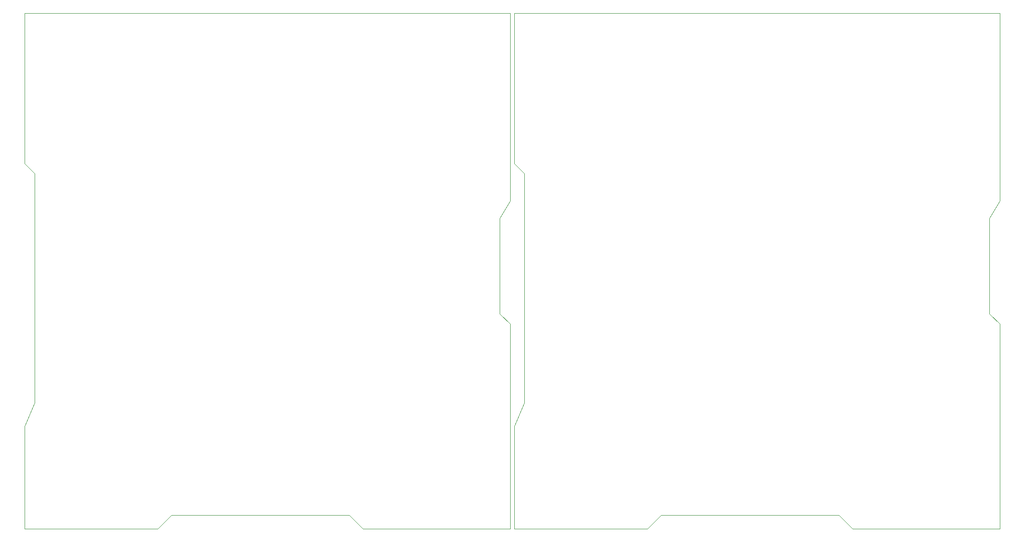
<source format=gbr>
%TF.GenerationSoftware,KiCad,Pcbnew,(5.1.9)-1*%
%TF.CreationDate,2021-11-28T20:19:45-05:00*%
%TF.ProjectId,Combined branches,436f6d62-696e-4656-9420-6272616e6368,rev?*%
%TF.SameCoordinates,Original*%
%TF.FileFunction,Profile,NP*%
%FSLAX46Y46*%
G04 Gerber Fmt 4.6, Leading zero omitted, Abs format (unit mm)*
G04 Created by KiCad (PCBNEW (5.1.9)-1) date 2021-11-28 20:19:45*
%MOMM*%
%LPD*%
G01*
G04 APERTURE LIST*
%TA.AperFunction,Profile*%
%ADD10C,0.050000*%
%TD*%
G04 APERTURE END LIST*
D10*
X183798000Y-53875000D02*
X93628000Y-53875000D01*
X183798000Y-88800000D02*
X183798000Y-53875000D01*
X181893000Y-91975000D02*
X183798000Y-88800000D01*
X181893000Y-109755000D02*
X181893000Y-91975000D01*
X183798000Y-111660000D02*
X181893000Y-109755000D01*
X183798000Y-149760000D02*
X183798000Y-111660000D01*
X156493000Y-149760000D02*
X183798000Y-149760000D01*
X153953000Y-147220000D02*
X156493000Y-149760000D01*
X120933000Y-147220000D02*
X153953000Y-147220000D01*
X118393000Y-149760000D02*
X120933000Y-147220000D01*
X93628000Y-149760000D02*
X118393000Y-149760000D01*
X93628000Y-130710000D02*
X93628000Y-149760000D01*
X95533000Y-126265000D02*
X93628000Y-130710000D01*
X95533000Y-83720000D02*
X95533000Y-126265000D01*
X93628000Y-81815000D02*
X95533000Y-83720000D01*
X93628000Y-53875000D02*
X93628000Y-81815000D01*
X274730000Y-53875000D02*
X184560000Y-53875000D01*
X274730000Y-88800000D02*
X274730000Y-53875000D01*
X272825000Y-91975000D02*
X274730000Y-88800000D01*
X272825000Y-109755000D02*
X272825000Y-91975000D01*
X274730000Y-111660000D02*
X272825000Y-109755000D01*
X274730000Y-149760000D02*
X274730000Y-111660000D01*
X247425000Y-149760000D02*
X274730000Y-149760000D01*
X244885000Y-147220000D02*
X247425000Y-149760000D01*
X211865000Y-147220000D02*
X244885000Y-147220000D01*
X209325000Y-149760000D02*
X211865000Y-147220000D01*
X184560000Y-149760000D02*
X209325000Y-149760000D01*
X184560000Y-130710000D02*
X184560000Y-149760000D01*
X186465000Y-126265000D02*
X184560000Y-130710000D01*
X186465000Y-83720000D02*
X186465000Y-126265000D01*
X184560000Y-81815000D02*
X186465000Y-83720000D01*
X184560000Y-53875000D02*
X184560000Y-81815000D01*
M02*

</source>
